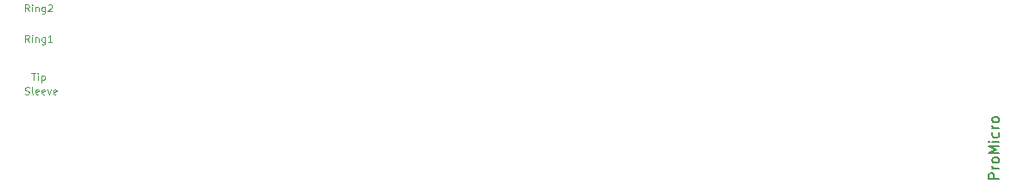
<source format=gbr>
G04 #@! TF.GenerationSoftware,KiCad,Pcbnew,(5.1.4)-1*
G04 #@! TF.CreationDate,2020-11-20T09:45:29-08:00*
G04 #@! TF.ProjectId,_autosave-_autosave-_autosave-_autosave-uwu-55,5f617574-6f73-4617-9665-2d5f6175746f,rev?*
G04 #@! TF.SameCoordinates,Original*
G04 #@! TF.FileFunction,Other,Fab,Top*
%FSLAX46Y46*%
G04 Gerber Fmt 4.6, Leading zero omitted, Abs format (unit mm)*
G04 Created by KiCad (PCBNEW (5.1.4)-1) date 2020-11-20 09:45:29*
%MOMM*%
%LPD*%
G04 APERTURE LIST*
%ADD10C,0.150000*%
%ADD11C,0.100000*%
G04 APERTURE END LIST*
D10*
X255341380Y-66396809D02*
X254341380Y-66396809D01*
X254341380Y-66015857D01*
X254389000Y-65920619D01*
X254436619Y-65873000D01*
X254531857Y-65825380D01*
X254674714Y-65825380D01*
X254769952Y-65873000D01*
X254817571Y-65920619D01*
X254865190Y-66015857D01*
X254865190Y-66396809D01*
X255341380Y-65396809D02*
X254674714Y-65396809D01*
X254865190Y-65396809D02*
X254769952Y-65349190D01*
X254722333Y-65301571D01*
X254674714Y-65206333D01*
X254674714Y-65111095D01*
X255341380Y-64634904D02*
X255293761Y-64730142D01*
X255246142Y-64777761D01*
X255150904Y-64825380D01*
X254865190Y-64825380D01*
X254769952Y-64777761D01*
X254722333Y-64730142D01*
X254674714Y-64634904D01*
X254674714Y-64492047D01*
X254722333Y-64396809D01*
X254769952Y-64349190D01*
X254865190Y-64301571D01*
X255150904Y-64301571D01*
X255246142Y-64349190D01*
X255293761Y-64396809D01*
X255341380Y-64492047D01*
X255341380Y-64634904D01*
X255341380Y-63873000D02*
X254341380Y-63873000D01*
X255055666Y-63539666D01*
X254341380Y-63206333D01*
X255341380Y-63206333D01*
X255341380Y-62730142D02*
X254674714Y-62730142D01*
X254341380Y-62730142D02*
X254389000Y-62777761D01*
X254436619Y-62730142D01*
X254389000Y-62682523D01*
X254341380Y-62730142D01*
X254436619Y-62730142D01*
X255293761Y-61825380D02*
X255341380Y-61920619D01*
X255341380Y-62111095D01*
X255293761Y-62206333D01*
X255246142Y-62253952D01*
X255150904Y-62301571D01*
X254865190Y-62301571D01*
X254769952Y-62253952D01*
X254722333Y-62206333D01*
X254674714Y-62111095D01*
X254674714Y-61920619D01*
X254722333Y-61825380D01*
X255341380Y-61396809D02*
X254674714Y-61396809D01*
X254865190Y-61396809D02*
X254769952Y-61349190D01*
X254722333Y-61301571D01*
X254674714Y-61206333D01*
X254674714Y-61111095D01*
X255341380Y-60634904D02*
X255293761Y-60730142D01*
X255246142Y-60777761D01*
X255150904Y-60825380D01*
X254865190Y-60825380D01*
X254769952Y-60777761D01*
X254722333Y-60730142D01*
X254674714Y-60634904D01*
X254674714Y-60492047D01*
X254722333Y-60396809D01*
X254769952Y-60349190D01*
X254865190Y-60301571D01*
X255150904Y-60301571D01*
X255246142Y-60349190D01*
X255293761Y-60396809D01*
X255341380Y-60492047D01*
X255341380Y-60634904D01*
D11*
X160214583Y-49921666D02*
X159981250Y-49588333D01*
X159814583Y-49921666D02*
X159814583Y-49221666D01*
X160081250Y-49221666D01*
X160147916Y-49255000D01*
X160181250Y-49288333D01*
X160214583Y-49355000D01*
X160214583Y-49455000D01*
X160181250Y-49521666D01*
X160147916Y-49555000D01*
X160081250Y-49588333D01*
X159814583Y-49588333D01*
X160514583Y-49921666D02*
X160514583Y-49455000D01*
X160514583Y-49221666D02*
X160481250Y-49255000D01*
X160514583Y-49288333D01*
X160547916Y-49255000D01*
X160514583Y-49221666D01*
X160514583Y-49288333D01*
X160847916Y-49455000D02*
X160847916Y-49921666D01*
X160847916Y-49521666D02*
X160881250Y-49488333D01*
X160947916Y-49455000D01*
X161047916Y-49455000D01*
X161114583Y-49488333D01*
X161147916Y-49555000D01*
X161147916Y-49921666D01*
X161781250Y-49455000D02*
X161781250Y-50021666D01*
X161747916Y-50088333D01*
X161714583Y-50121666D01*
X161647916Y-50155000D01*
X161547916Y-50155000D01*
X161481250Y-50121666D01*
X161781250Y-49888333D02*
X161714583Y-49921666D01*
X161581250Y-49921666D01*
X161514583Y-49888333D01*
X161481250Y-49855000D01*
X161447916Y-49788333D01*
X161447916Y-49588333D01*
X161481250Y-49521666D01*
X161514583Y-49488333D01*
X161581250Y-49455000D01*
X161714583Y-49455000D01*
X161781250Y-49488333D01*
X162081250Y-49288333D02*
X162114583Y-49255000D01*
X162181250Y-49221666D01*
X162347916Y-49221666D01*
X162414583Y-49255000D01*
X162447916Y-49288333D01*
X162481250Y-49355000D01*
X162481250Y-49421666D01*
X162447916Y-49521666D01*
X162047916Y-49921666D01*
X162481250Y-49921666D01*
X160214583Y-52921666D02*
X159981250Y-52588333D01*
X159814583Y-52921666D02*
X159814583Y-52221666D01*
X160081250Y-52221666D01*
X160147916Y-52255000D01*
X160181250Y-52288333D01*
X160214583Y-52355000D01*
X160214583Y-52455000D01*
X160181250Y-52521666D01*
X160147916Y-52555000D01*
X160081250Y-52588333D01*
X159814583Y-52588333D01*
X160514583Y-52921666D02*
X160514583Y-52455000D01*
X160514583Y-52221666D02*
X160481250Y-52255000D01*
X160514583Y-52288333D01*
X160547916Y-52255000D01*
X160514583Y-52221666D01*
X160514583Y-52288333D01*
X160847916Y-52455000D02*
X160847916Y-52921666D01*
X160847916Y-52521666D02*
X160881250Y-52488333D01*
X160947916Y-52455000D01*
X161047916Y-52455000D01*
X161114583Y-52488333D01*
X161147916Y-52555000D01*
X161147916Y-52921666D01*
X161781250Y-52455000D02*
X161781250Y-53021666D01*
X161747916Y-53088333D01*
X161714583Y-53121666D01*
X161647916Y-53155000D01*
X161547916Y-53155000D01*
X161481250Y-53121666D01*
X161781250Y-52888333D02*
X161714583Y-52921666D01*
X161581250Y-52921666D01*
X161514583Y-52888333D01*
X161481250Y-52855000D01*
X161447916Y-52788333D01*
X161447916Y-52588333D01*
X161481250Y-52521666D01*
X161514583Y-52488333D01*
X161581250Y-52455000D01*
X161714583Y-52455000D01*
X161781250Y-52488333D01*
X162481250Y-52921666D02*
X162081250Y-52921666D01*
X162281250Y-52921666D02*
X162281250Y-52221666D01*
X162214583Y-52321666D01*
X162147916Y-52388333D01*
X162081250Y-52421666D01*
X160447916Y-55971666D02*
X160847916Y-55971666D01*
X160647916Y-56671666D02*
X160647916Y-55971666D01*
X161081250Y-56671666D02*
X161081250Y-56205000D01*
X161081250Y-55971666D02*
X161047916Y-56005000D01*
X161081250Y-56038333D01*
X161114583Y-56005000D01*
X161081250Y-55971666D01*
X161081250Y-56038333D01*
X161414583Y-56205000D02*
X161414583Y-56905000D01*
X161414583Y-56238333D02*
X161481250Y-56205000D01*
X161614583Y-56205000D01*
X161681250Y-56238333D01*
X161714583Y-56271666D01*
X161747916Y-56338333D01*
X161747916Y-56538333D01*
X161714583Y-56605000D01*
X161681250Y-56638333D01*
X161614583Y-56671666D01*
X161481250Y-56671666D01*
X161414583Y-56638333D01*
X159831250Y-58038333D02*
X159931250Y-58071666D01*
X160097916Y-58071666D01*
X160164583Y-58038333D01*
X160197916Y-58005000D01*
X160231250Y-57938333D01*
X160231250Y-57871666D01*
X160197916Y-57805000D01*
X160164583Y-57771666D01*
X160097916Y-57738333D01*
X159964583Y-57705000D01*
X159897916Y-57671666D01*
X159864583Y-57638333D01*
X159831250Y-57571666D01*
X159831250Y-57505000D01*
X159864583Y-57438333D01*
X159897916Y-57405000D01*
X159964583Y-57371666D01*
X160131250Y-57371666D01*
X160231250Y-57405000D01*
X160631250Y-58071666D02*
X160564583Y-58038333D01*
X160531250Y-57971666D01*
X160531250Y-57371666D01*
X161164583Y-58038333D02*
X161097916Y-58071666D01*
X160964583Y-58071666D01*
X160897916Y-58038333D01*
X160864583Y-57971666D01*
X160864583Y-57705000D01*
X160897916Y-57638333D01*
X160964583Y-57605000D01*
X161097916Y-57605000D01*
X161164583Y-57638333D01*
X161197916Y-57705000D01*
X161197916Y-57771666D01*
X160864583Y-57838333D01*
X161764583Y-58038333D02*
X161697916Y-58071666D01*
X161564583Y-58071666D01*
X161497916Y-58038333D01*
X161464583Y-57971666D01*
X161464583Y-57705000D01*
X161497916Y-57638333D01*
X161564583Y-57605000D01*
X161697916Y-57605000D01*
X161764583Y-57638333D01*
X161797916Y-57705000D01*
X161797916Y-57771666D01*
X161464583Y-57838333D01*
X162031250Y-57605000D02*
X162197916Y-58071666D01*
X162364583Y-57605000D01*
X162897916Y-58038333D02*
X162831250Y-58071666D01*
X162697916Y-58071666D01*
X162631250Y-58038333D01*
X162597916Y-57971666D01*
X162597916Y-57705000D01*
X162631250Y-57638333D01*
X162697916Y-57605000D01*
X162831250Y-57605000D01*
X162897916Y-57638333D01*
X162931250Y-57705000D01*
X162931250Y-57771666D01*
X162597916Y-57838333D01*
M02*

</source>
